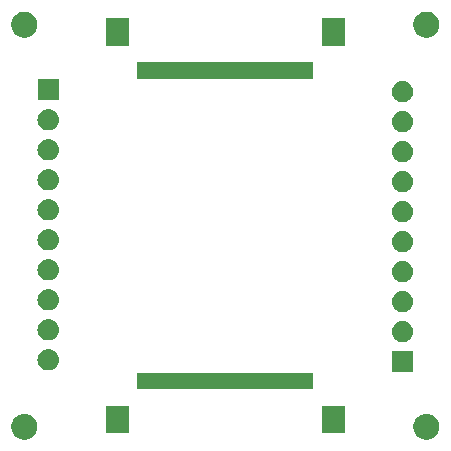
<source format=gts>
G04 #@! TF.GenerationSoftware,KiCad,Pcbnew,5.0.2-bee76a0~70~ubuntu16.04.1*
G04 #@! TF.CreationDate,2019-08-01T02:01:20+05:30*
G04 #@! TF.ProjectId,AR0135_STM32F746G-DISCO_adapter_rev1,41523031-3335-45f5-9354-4d3332463734,rev?*
G04 #@! TF.SameCoordinates,Original*
G04 #@! TF.FileFunction,Soldermask,Top*
G04 #@! TF.FilePolarity,Negative*
%FSLAX46Y46*%
G04 Gerber Fmt 4.6, Leading zero omitted, Abs format (unit mm)*
G04 Created by KiCad (PCBNEW 5.0.2-bee76a0~70~ubuntu16.04.1) date Thu Aug  1 02:01:20 2019*
%MOMM*%
%LPD*%
G01*
G04 APERTURE LIST*
%ADD10C,0.100000*%
G04 APERTURE END LIST*
D10*
G36*
X47234794Y-45940155D02*
X47341150Y-45961311D01*
X47411990Y-45990654D01*
X47541516Y-46044305D01*
X47721850Y-46164801D01*
X47875199Y-46318150D01*
X47995695Y-46498484D01*
X48078689Y-46698851D01*
X48121000Y-46911560D01*
X48121000Y-47128440D01*
X48078689Y-47341149D01*
X47995695Y-47541516D01*
X47875199Y-47721850D01*
X47721850Y-47875199D01*
X47541516Y-47995695D01*
X47411990Y-48049346D01*
X47341150Y-48078689D01*
X47234794Y-48099845D01*
X47128440Y-48121000D01*
X46911560Y-48121000D01*
X46805205Y-48099844D01*
X46698850Y-48078689D01*
X46628010Y-48049346D01*
X46498484Y-47995695D01*
X46318150Y-47875199D01*
X46164801Y-47721850D01*
X46044305Y-47541516D01*
X45961311Y-47341149D01*
X45919000Y-47128440D01*
X45919000Y-46911560D01*
X45961311Y-46698851D01*
X46044305Y-46498484D01*
X46164801Y-46318150D01*
X46318150Y-46164801D01*
X46498484Y-46044305D01*
X46628010Y-45990654D01*
X46698850Y-45961311D01*
X46805205Y-45940156D01*
X46911560Y-45919000D01*
X47128440Y-45919000D01*
X47234794Y-45940155D01*
X47234794Y-45940155D01*
G37*
G36*
X13194794Y-45940155D02*
X13301150Y-45961311D01*
X13371990Y-45990654D01*
X13501516Y-46044305D01*
X13681850Y-46164801D01*
X13835199Y-46318150D01*
X13955695Y-46498484D01*
X14038689Y-46698851D01*
X14081000Y-46911560D01*
X14081000Y-47128440D01*
X14038689Y-47341149D01*
X13955695Y-47541516D01*
X13835199Y-47721850D01*
X13681850Y-47875199D01*
X13501516Y-47995695D01*
X13371990Y-48049346D01*
X13301150Y-48078689D01*
X13194795Y-48099844D01*
X13088440Y-48121000D01*
X12871560Y-48121000D01*
X12765205Y-48099844D01*
X12658850Y-48078689D01*
X12588010Y-48049346D01*
X12458484Y-47995695D01*
X12278150Y-47875199D01*
X12124801Y-47721850D01*
X12004305Y-47541516D01*
X11921311Y-47341149D01*
X11879000Y-47128440D01*
X11879000Y-46911560D01*
X11921311Y-46698851D01*
X12004305Y-46498484D01*
X12124801Y-46318150D01*
X12278150Y-46164801D01*
X12458484Y-46044305D01*
X12588010Y-45990654D01*
X12658850Y-45961311D01*
X12765206Y-45940155D01*
X12871560Y-45919000D01*
X13088440Y-45919000D01*
X13194794Y-45940155D01*
X13194794Y-45940155D01*
G37*
G36*
X40101000Y-47551000D02*
X38199000Y-47551000D01*
X38199000Y-45249000D01*
X40101000Y-45249000D01*
X40101000Y-47551000D01*
X40101000Y-47551000D01*
G37*
G36*
X21801000Y-47551000D02*
X19899000Y-47551000D01*
X19899000Y-45249000D01*
X21801000Y-45249000D01*
X21801000Y-47551000D01*
X21801000Y-47551000D01*
G37*
G36*
X37451000Y-43851000D02*
X22549000Y-43851000D01*
X22549000Y-42449000D01*
X37451000Y-42449000D01*
X37451000Y-43851000D01*
X37451000Y-43851000D01*
G37*
G36*
X45901000Y-42401000D02*
X44099000Y-42401000D01*
X44099000Y-40599000D01*
X45901000Y-40599000D01*
X45901000Y-42401000D01*
X45901000Y-42401000D01*
G37*
G36*
X15110442Y-40465518D02*
X15176627Y-40472037D01*
X15289853Y-40506384D01*
X15346467Y-40523557D01*
X15485087Y-40597652D01*
X15502991Y-40607222D01*
X15538729Y-40636552D01*
X15640186Y-40719814D01*
X15723448Y-40821271D01*
X15752778Y-40857009D01*
X15752779Y-40857011D01*
X15836443Y-41013533D01*
X15836443Y-41013534D01*
X15887963Y-41183373D01*
X15905359Y-41360000D01*
X15887963Y-41536627D01*
X15853616Y-41649853D01*
X15836443Y-41706467D01*
X15762348Y-41845087D01*
X15752778Y-41862991D01*
X15723448Y-41898729D01*
X15640186Y-42000186D01*
X15538729Y-42083448D01*
X15502991Y-42112778D01*
X15502989Y-42112779D01*
X15346467Y-42196443D01*
X15289853Y-42213616D01*
X15176627Y-42247963D01*
X15110443Y-42254481D01*
X15044260Y-42261000D01*
X14955740Y-42261000D01*
X14889557Y-42254481D01*
X14823373Y-42247963D01*
X14710147Y-42213616D01*
X14653533Y-42196443D01*
X14497011Y-42112779D01*
X14497009Y-42112778D01*
X14461271Y-42083448D01*
X14359814Y-42000186D01*
X14276552Y-41898729D01*
X14247222Y-41862991D01*
X14237652Y-41845087D01*
X14163557Y-41706467D01*
X14146384Y-41649853D01*
X14112037Y-41536627D01*
X14094641Y-41360000D01*
X14112037Y-41183373D01*
X14163557Y-41013534D01*
X14163557Y-41013533D01*
X14247221Y-40857011D01*
X14247222Y-40857009D01*
X14276552Y-40821271D01*
X14359814Y-40719814D01*
X14461271Y-40636552D01*
X14497009Y-40607222D01*
X14514913Y-40597652D01*
X14653533Y-40523557D01*
X14710147Y-40506384D01*
X14823373Y-40472037D01*
X14889558Y-40465518D01*
X14955740Y-40459000D01*
X15044260Y-40459000D01*
X15110442Y-40465518D01*
X15110442Y-40465518D01*
G37*
G36*
X45110442Y-38065518D02*
X45176627Y-38072037D01*
X45289853Y-38106384D01*
X45346467Y-38123557D01*
X45451715Y-38179814D01*
X45502991Y-38207222D01*
X45538729Y-38236552D01*
X45640186Y-38319814D01*
X45723448Y-38421271D01*
X45752778Y-38457009D01*
X45752779Y-38457011D01*
X45836443Y-38613533D01*
X45836443Y-38613534D01*
X45887963Y-38783373D01*
X45905359Y-38960000D01*
X45887963Y-39136627D01*
X45878911Y-39166466D01*
X45836443Y-39306467D01*
X45762348Y-39445087D01*
X45752778Y-39462991D01*
X45723448Y-39498729D01*
X45640186Y-39600186D01*
X45538729Y-39683448D01*
X45502991Y-39712778D01*
X45502989Y-39712779D01*
X45346467Y-39796443D01*
X45289853Y-39813616D01*
X45176627Y-39847963D01*
X45110442Y-39854482D01*
X45044260Y-39861000D01*
X44955740Y-39861000D01*
X44889558Y-39854482D01*
X44823373Y-39847963D01*
X44710147Y-39813616D01*
X44653533Y-39796443D01*
X44497011Y-39712779D01*
X44497009Y-39712778D01*
X44461271Y-39683448D01*
X44359814Y-39600186D01*
X44276552Y-39498729D01*
X44247222Y-39462991D01*
X44237652Y-39445087D01*
X44163557Y-39306467D01*
X44121089Y-39166466D01*
X44112037Y-39136627D01*
X44094641Y-38960000D01*
X44112037Y-38783373D01*
X44163557Y-38613534D01*
X44163557Y-38613533D01*
X44247221Y-38457011D01*
X44247222Y-38457009D01*
X44276552Y-38421271D01*
X44359814Y-38319814D01*
X44461271Y-38236552D01*
X44497009Y-38207222D01*
X44548285Y-38179814D01*
X44653533Y-38123557D01*
X44710147Y-38106384D01*
X44823373Y-38072037D01*
X44889558Y-38065518D01*
X44955740Y-38059000D01*
X45044260Y-38059000D01*
X45110442Y-38065518D01*
X45110442Y-38065518D01*
G37*
G36*
X15110443Y-37925519D02*
X15176627Y-37932037D01*
X15289853Y-37966384D01*
X15346467Y-37983557D01*
X15485087Y-38057652D01*
X15502991Y-38067222D01*
X15538729Y-38096552D01*
X15640186Y-38179814D01*
X15723448Y-38281271D01*
X15752778Y-38317009D01*
X15752779Y-38317011D01*
X15836443Y-38473533D01*
X15836443Y-38473534D01*
X15887963Y-38643373D01*
X15905359Y-38820000D01*
X15887963Y-38996627D01*
X15853616Y-39109853D01*
X15836443Y-39166467D01*
X15762348Y-39305087D01*
X15752778Y-39322991D01*
X15723448Y-39358729D01*
X15640186Y-39460186D01*
X15538729Y-39543448D01*
X15502991Y-39572778D01*
X15502989Y-39572779D01*
X15346467Y-39656443D01*
X15289853Y-39673616D01*
X15176627Y-39707963D01*
X15110442Y-39714482D01*
X15044260Y-39721000D01*
X14955740Y-39721000D01*
X14889558Y-39714482D01*
X14823373Y-39707963D01*
X14710147Y-39673616D01*
X14653533Y-39656443D01*
X14497011Y-39572779D01*
X14497009Y-39572778D01*
X14461271Y-39543448D01*
X14359814Y-39460186D01*
X14276552Y-39358729D01*
X14247222Y-39322991D01*
X14237652Y-39305087D01*
X14163557Y-39166467D01*
X14146384Y-39109853D01*
X14112037Y-38996627D01*
X14094641Y-38820000D01*
X14112037Y-38643373D01*
X14163557Y-38473534D01*
X14163557Y-38473533D01*
X14247221Y-38317011D01*
X14247222Y-38317009D01*
X14276552Y-38281271D01*
X14359814Y-38179814D01*
X14461271Y-38096552D01*
X14497009Y-38067222D01*
X14514913Y-38057652D01*
X14653533Y-37983557D01*
X14710147Y-37966384D01*
X14823373Y-37932037D01*
X14889557Y-37925519D01*
X14955740Y-37919000D01*
X15044260Y-37919000D01*
X15110443Y-37925519D01*
X15110443Y-37925519D01*
G37*
G36*
X45110443Y-35525519D02*
X45176627Y-35532037D01*
X45289853Y-35566384D01*
X45346467Y-35583557D01*
X45451715Y-35639814D01*
X45502991Y-35667222D01*
X45538729Y-35696552D01*
X45640186Y-35779814D01*
X45723448Y-35881271D01*
X45752778Y-35917009D01*
X45752779Y-35917011D01*
X45836443Y-36073533D01*
X45836443Y-36073534D01*
X45887963Y-36243373D01*
X45905359Y-36420000D01*
X45887963Y-36596627D01*
X45878911Y-36626466D01*
X45836443Y-36766467D01*
X45762348Y-36905087D01*
X45752778Y-36922991D01*
X45723448Y-36958729D01*
X45640186Y-37060186D01*
X45538729Y-37143448D01*
X45502991Y-37172778D01*
X45502989Y-37172779D01*
X45346467Y-37256443D01*
X45289853Y-37273616D01*
X45176627Y-37307963D01*
X45110442Y-37314482D01*
X45044260Y-37321000D01*
X44955740Y-37321000D01*
X44889558Y-37314482D01*
X44823373Y-37307963D01*
X44710147Y-37273616D01*
X44653533Y-37256443D01*
X44497011Y-37172779D01*
X44497009Y-37172778D01*
X44461271Y-37143448D01*
X44359814Y-37060186D01*
X44276552Y-36958729D01*
X44247222Y-36922991D01*
X44237652Y-36905087D01*
X44163557Y-36766467D01*
X44121089Y-36626466D01*
X44112037Y-36596627D01*
X44094641Y-36420000D01*
X44112037Y-36243373D01*
X44163557Y-36073534D01*
X44163557Y-36073533D01*
X44247221Y-35917011D01*
X44247222Y-35917009D01*
X44276552Y-35881271D01*
X44359814Y-35779814D01*
X44461271Y-35696552D01*
X44497009Y-35667222D01*
X44548285Y-35639814D01*
X44653533Y-35583557D01*
X44710147Y-35566384D01*
X44823373Y-35532037D01*
X44889557Y-35525519D01*
X44955740Y-35519000D01*
X45044260Y-35519000D01*
X45110443Y-35525519D01*
X45110443Y-35525519D01*
G37*
G36*
X15110442Y-35385518D02*
X15176627Y-35392037D01*
X15289853Y-35426384D01*
X15346467Y-35443557D01*
X15485087Y-35517652D01*
X15502991Y-35527222D01*
X15538729Y-35556552D01*
X15640186Y-35639814D01*
X15723448Y-35741271D01*
X15752778Y-35777009D01*
X15752779Y-35777011D01*
X15836443Y-35933533D01*
X15836443Y-35933534D01*
X15887963Y-36103373D01*
X15905359Y-36280000D01*
X15887963Y-36456627D01*
X15853616Y-36569853D01*
X15836443Y-36626467D01*
X15762348Y-36765087D01*
X15752778Y-36782991D01*
X15723448Y-36818729D01*
X15640186Y-36920186D01*
X15538729Y-37003448D01*
X15502991Y-37032778D01*
X15502989Y-37032779D01*
X15346467Y-37116443D01*
X15289853Y-37133616D01*
X15176627Y-37167963D01*
X15110442Y-37174482D01*
X15044260Y-37181000D01*
X14955740Y-37181000D01*
X14889558Y-37174482D01*
X14823373Y-37167963D01*
X14710147Y-37133616D01*
X14653533Y-37116443D01*
X14497011Y-37032779D01*
X14497009Y-37032778D01*
X14461271Y-37003448D01*
X14359814Y-36920186D01*
X14276552Y-36818729D01*
X14247222Y-36782991D01*
X14237652Y-36765087D01*
X14163557Y-36626467D01*
X14146384Y-36569853D01*
X14112037Y-36456627D01*
X14094641Y-36280000D01*
X14112037Y-36103373D01*
X14163557Y-35933534D01*
X14163557Y-35933533D01*
X14247221Y-35777011D01*
X14247222Y-35777009D01*
X14276552Y-35741271D01*
X14359814Y-35639814D01*
X14461271Y-35556552D01*
X14497009Y-35527222D01*
X14514913Y-35517652D01*
X14653533Y-35443557D01*
X14710147Y-35426384D01*
X14823373Y-35392037D01*
X14889558Y-35385518D01*
X14955740Y-35379000D01*
X15044260Y-35379000D01*
X15110442Y-35385518D01*
X15110442Y-35385518D01*
G37*
G36*
X45110442Y-32985518D02*
X45176627Y-32992037D01*
X45289853Y-33026384D01*
X45346467Y-33043557D01*
X45451715Y-33099814D01*
X45502991Y-33127222D01*
X45538729Y-33156552D01*
X45640186Y-33239814D01*
X45723448Y-33341271D01*
X45752778Y-33377009D01*
X45752779Y-33377011D01*
X45836443Y-33533533D01*
X45836443Y-33533534D01*
X45887963Y-33703373D01*
X45905359Y-33880000D01*
X45887963Y-34056627D01*
X45878911Y-34086466D01*
X45836443Y-34226467D01*
X45762348Y-34365087D01*
X45752778Y-34382991D01*
X45723448Y-34418729D01*
X45640186Y-34520186D01*
X45538729Y-34603448D01*
X45502991Y-34632778D01*
X45502989Y-34632779D01*
X45346467Y-34716443D01*
X45289853Y-34733616D01*
X45176627Y-34767963D01*
X45110442Y-34774482D01*
X45044260Y-34781000D01*
X44955740Y-34781000D01*
X44889558Y-34774482D01*
X44823373Y-34767963D01*
X44710147Y-34733616D01*
X44653533Y-34716443D01*
X44497011Y-34632779D01*
X44497009Y-34632778D01*
X44461271Y-34603448D01*
X44359814Y-34520186D01*
X44276552Y-34418729D01*
X44247222Y-34382991D01*
X44237652Y-34365087D01*
X44163557Y-34226467D01*
X44121089Y-34086466D01*
X44112037Y-34056627D01*
X44094641Y-33880000D01*
X44112037Y-33703373D01*
X44163557Y-33533534D01*
X44163557Y-33533533D01*
X44247221Y-33377011D01*
X44247222Y-33377009D01*
X44276552Y-33341271D01*
X44359814Y-33239814D01*
X44461271Y-33156552D01*
X44497009Y-33127222D01*
X44548285Y-33099814D01*
X44653533Y-33043557D01*
X44710147Y-33026384D01*
X44823373Y-32992037D01*
X44889558Y-32985518D01*
X44955740Y-32979000D01*
X45044260Y-32979000D01*
X45110442Y-32985518D01*
X45110442Y-32985518D01*
G37*
G36*
X15110443Y-32845519D02*
X15176627Y-32852037D01*
X15289853Y-32886384D01*
X15346467Y-32903557D01*
X15485087Y-32977652D01*
X15502991Y-32987222D01*
X15538729Y-33016552D01*
X15640186Y-33099814D01*
X15723448Y-33201271D01*
X15752778Y-33237009D01*
X15752779Y-33237011D01*
X15836443Y-33393533D01*
X15836443Y-33393534D01*
X15887963Y-33563373D01*
X15905359Y-33740000D01*
X15887963Y-33916627D01*
X15853616Y-34029853D01*
X15836443Y-34086467D01*
X15762348Y-34225087D01*
X15752778Y-34242991D01*
X15723448Y-34278729D01*
X15640186Y-34380186D01*
X15538729Y-34463448D01*
X15502991Y-34492778D01*
X15502989Y-34492779D01*
X15346467Y-34576443D01*
X15289853Y-34593616D01*
X15176627Y-34627963D01*
X15110442Y-34634482D01*
X15044260Y-34641000D01*
X14955740Y-34641000D01*
X14889558Y-34634482D01*
X14823373Y-34627963D01*
X14710147Y-34593616D01*
X14653533Y-34576443D01*
X14497011Y-34492779D01*
X14497009Y-34492778D01*
X14461271Y-34463448D01*
X14359814Y-34380186D01*
X14276552Y-34278729D01*
X14247222Y-34242991D01*
X14237652Y-34225087D01*
X14163557Y-34086467D01*
X14146384Y-34029853D01*
X14112037Y-33916627D01*
X14094641Y-33740000D01*
X14112037Y-33563373D01*
X14163557Y-33393534D01*
X14163557Y-33393533D01*
X14247221Y-33237011D01*
X14247222Y-33237009D01*
X14276552Y-33201271D01*
X14359814Y-33099814D01*
X14461271Y-33016552D01*
X14497009Y-32987222D01*
X14514913Y-32977652D01*
X14653533Y-32903557D01*
X14710147Y-32886384D01*
X14823373Y-32852037D01*
X14889557Y-32845519D01*
X14955740Y-32839000D01*
X15044260Y-32839000D01*
X15110443Y-32845519D01*
X15110443Y-32845519D01*
G37*
G36*
X45110442Y-30445518D02*
X45176627Y-30452037D01*
X45289853Y-30486384D01*
X45346467Y-30503557D01*
X45451715Y-30559814D01*
X45502991Y-30587222D01*
X45538729Y-30616552D01*
X45640186Y-30699814D01*
X45723448Y-30801271D01*
X45752778Y-30837009D01*
X45752779Y-30837011D01*
X45836443Y-30993533D01*
X45836443Y-30993534D01*
X45887963Y-31163373D01*
X45905359Y-31340000D01*
X45887963Y-31516627D01*
X45878911Y-31546466D01*
X45836443Y-31686467D01*
X45762348Y-31825087D01*
X45752778Y-31842991D01*
X45723448Y-31878729D01*
X45640186Y-31980186D01*
X45538729Y-32063448D01*
X45502991Y-32092778D01*
X45502989Y-32092779D01*
X45346467Y-32176443D01*
X45289853Y-32193616D01*
X45176627Y-32227963D01*
X45110442Y-32234482D01*
X45044260Y-32241000D01*
X44955740Y-32241000D01*
X44889558Y-32234482D01*
X44823373Y-32227963D01*
X44710147Y-32193616D01*
X44653533Y-32176443D01*
X44497011Y-32092779D01*
X44497009Y-32092778D01*
X44461271Y-32063448D01*
X44359814Y-31980186D01*
X44276552Y-31878729D01*
X44247222Y-31842991D01*
X44237652Y-31825087D01*
X44163557Y-31686467D01*
X44121089Y-31546466D01*
X44112037Y-31516627D01*
X44094641Y-31340000D01*
X44112037Y-31163373D01*
X44163557Y-30993534D01*
X44163557Y-30993533D01*
X44247221Y-30837011D01*
X44247222Y-30837009D01*
X44276552Y-30801271D01*
X44359814Y-30699814D01*
X44461271Y-30616552D01*
X44497009Y-30587222D01*
X44548285Y-30559814D01*
X44653533Y-30503557D01*
X44710147Y-30486384D01*
X44823373Y-30452037D01*
X44889558Y-30445518D01*
X44955740Y-30439000D01*
X45044260Y-30439000D01*
X45110442Y-30445518D01*
X45110442Y-30445518D01*
G37*
G36*
X15110442Y-30305518D02*
X15176627Y-30312037D01*
X15289853Y-30346384D01*
X15346467Y-30363557D01*
X15485087Y-30437652D01*
X15502991Y-30447222D01*
X15538729Y-30476552D01*
X15640186Y-30559814D01*
X15723448Y-30661271D01*
X15752778Y-30697009D01*
X15752779Y-30697011D01*
X15836443Y-30853533D01*
X15836443Y-30853534D01*
X15887963Y-31023373D01*
X15905359Y-31200000D01*
X15887963Y-31376627D01*
X15853616Y-31489853D01*
X15836443Y-31546467D01*
X15762348Y-31685087D01*
X15752778Y-31702991D01*
X15723448Y-31738729D01*
X15640186Y-31840186D01*
X15538729Y-31923448D01*
X15502991Y-31952778D01*
X15502989Y-31952779D01*
X15346467Y-32036443D01*
X15289853Y-32053616D01*
X15176627Y-32087963D01*
X15110442Y-32094482D01*
X15044260Y-32101000D01*
X14955740Y-32101000D01*
X14889558Y-32094482D01*
X14823373Y-32087963D01*
X14710147Y-32053616D01*
X14653533Y-32036443D01*
X14497011Y-31952779D01*
X14497009Y-31952778D01*
X14461271Y-31923448D01*
X14359814Y-31840186D01*
X14276552Y-31738729D01*
X14247222Y-31702991D01*
X14237652Y-31685087D01*
X14163557Y-31546467D01*
X14146384Y-31489853D01*
X14112037Y-31376627D01*
X14094641Y-31200000D01*
X14112037Y-31023373D01*
X14163557Y-30853534D01*
X14163557Y-30853533D01*
X14247221Y-30697011D01*
X14247222Y-30697009D01*
X14276552Y-30661271D01*
X14359814Y-30559814D01*
X14461271Y-30476552D01*
X14497009Y-30447222D01*
X14514913Y-30437652D01*
X14653533Y-30363557D01*
X14710147Y-30346384D01*
X14823373Y-30312037D01*
X14889558Y-30305518D01*
X14955740Y-30299000D01*
X15044260Y-30299000D01*
X15110442Y-30305518D01*
X15110442Y-30305518D01*
G37*
G36*
X45110442Y-27905518D02*
X45176627Y-27912037D01*
X45289853Y-27946384D01*
X45346467Y-27963557D01*
X45451715Y-28019814D01*
X45502991Y-28047222D01*
X45538729Y-28076552D01*
X45640186Y-28159814D01*
X45723448Y-28261271D01*
X45752778Y-28297009D01*
X45752779Y-28297011D01*
X45836443Y-28453533D01*
X45836443Y-28453534D01*
X45887963Y-28623373D01*
X45905359Y-28800000D01*
X45887963Y-28976627D01*
X45878911Y-29006466D01*
X45836443Y-29146467D01*
X45762348Y-29285087D01*
X45752778Y-29302991D01*
X45723448Y-29338729D01*
X45640186Y-29440186D01*
X45538729Y-29523448D01*
X45502991Y-29552778D01*
X45502989Y-29552779D01*
X45346467Y-29636443D01*
X45289853Y-29653616D01*
X45176627Y-29687963D01*
X45110442Y-29694482D01*
X45044260Y-29701000D01*
X44955740Y-29701000D01*
X44889558Y-29694482D01*
X44823373Y-29687963D01*
X44710147Y-29653616D01*
X44653533Y-29636443D01*
X44497011Y-29552779D01*
X44497009Y-29552778D01*
X44461271Y-29523448D01*
X44359814Y-29440186D01*
X44276552Y-29338729D01*
X44247222Y-29302991D01*
X44237652Y-29285087D01*
X44163557Y-29146467D01*
X44121089Y-29006466D01*
X44112037Y-28976627D01*
X44094641Y-28800000D01*
X44112037Y-28623373D01*
X44163557Y-28453534D01*
X44163557Y-28453533D01*
X44247221Y-28297011D01*
X44247222Y-28297009D01*
X44276552Y-28261271D01*
X44359814Y-28159814D01*
X44461271Y-28076552D01*
X44497009Y-28047222D01*
X44548285Y-28019814D01*
X44653533Y-27963557D01*
X44710147Y-27946384D01*
X44823373Y-27912037D01*
X44889558Y-27905518D01*
X44955740Y-27899000D01*
X45044260Y-27899000D01*
X45110442Y-27905518D01*
X45110442Y-27905518D01*
G37*
G36*
X15110442Y-27765518D02*
X15176627Y-27772037D01*
X15289853Y-27806384D01*
X15346467Y-27823557D01*
X15485087Y-27897652D01*
X15502991Y-27907222D01*
X15538729Y-27936552D01*
X15640186Y-28019814D01*
X15723448Y-28121271D01*
X15752778Y-28157009D01*
X15752779Y-28157011D01*
X15836443Y-28313533D01*
X15836443Y-28313534D01*
X15887963Y-28483373D01*
X15905359Y-28660000D01*
X15887963Y-28836627D01*
X15853616Y-28949853D01*
X15836443Y-29006467D01*
X15762348Y-29145087D01*
X15752778Y-29162991D01*
X15723448Y-29198729D01*
X15640186Y-29300186D01*
X15538729Y-29383448D01*
X15502991Y-29412778D01*
X15502989Y-29412779D01*
X15346467Y-29496443D01*
X15289853Y-29513616D01*
X15176627Y-29547963D01*
X15110442Y-29554482D01*
X15044260Y-29561000D01*
X14955740Y-29561000D01*
X14889558Y-29554482D01*
X14823373Y-29547963D01*
X14710147Y-29513616D01*
X14653533Y-29496443D01*
X14497011Y-29412779D01*
X14497009Y-29412778D01*
X14461271Y-29383448D01*
X14359814Y-29300186D01*
X14276552Y-29198729D01*
X14247222Y-29162991D01*
X14237652Y-29145087D01*
X14163557Y-29006467D01*
X14146384Y-28949853D01*
X14112037Y-28836627D01*
X14094641Y-28660000D01*
X14112037Y-28483373D01*
X14163557Y-28313534D01*
X14163557Y-28313533D01*
X14247221Y-28157011D01*
X14247222Y-28157009D01*
X14276552Y-28121271D01*
X14359814Y-28019814D01*
X14461271Y-27936552D01*
X14497009Y-27907222D01*
X14514913Y-27897652D01*
X14653533Y-27823557D01*
X14710147Y-27806384D01*
X14823373Y-27772037D01*
X14889558Y-27765518D01*
X14955740Y-27759000D01*
X15044260Y-27759000D01*
X15110442Y-27765518D01*
X15110442Y-27765518D01*
G37*
G36*
X45110443Y-25365519D02*
X45176627Y-25372037D01*
X45289853Y-25406384D01*
X45346467Y-25423557D01*
X45451715Y-25479814D01*
X45502991Y-25507222D01*
X45538729Y-25536552D01*
X45640186Y-25619814D01*
X45723448Y-25721271D01*
X45752778Y-25757009D01*
X45752779Y-25757011D01*
X45836443Y-25913533D01*
X45836443Y-25913534D01*
X45887963Y-26083373D01*
X45905359Y-26260000D01*
X45887963Y-26436627D01*
X45878911Y-26466466D01*
X45836443Y-26606467D01*
X45762348Y-26745087D01*
X45752778Y-26762991D01*
X45723448Y-26798729D01*
X45640186Y-26900186D01*
X45538729Y-26983448D01*
X45502991Y-27012778D01*
X45502989Y-27012779D01*
X45346467Y-27096443D01*
X45289853Y-27113616D01*
X45176627Y-27147963D01*
X45110442Y-27154482D01*
X45044260Y-27161000D01*
X44955740Y-27161000D01*
X44889558Y-27154482D01*
X44823373Y-27147963D01*
X44710147Y-27113616D01*
X44653533Y-27096443D01*
X44497011Y-27012779D01*
X44497009Y-27012778D01*
X44461271Y-26983448D01*
X44359814Y-26900186D01*
X44276552Y-26798729D01*
X44247222Y-26762991D01*
X44237652Y-26745087D01*
X44163557Y-26606467D01*
X44121089Y-26466466D01*
X44112037Y-26436627D01*
X44094641Y-26260000D01*
X44112037Y-26083373D01*
X44163557Y-25913534D01*
X44163557Y-25913533D01*
X44247221Y-25757011D01*
X44247222Y-25757009D01*
X44276552Y-25721271D01*
X44359814Y-25619814D01*
X44461271Y-25536552D01*
X44497009Y-25507222D01*
X44548285Y-25479814D01*
X44653533Y-25423557D01*
X44710147Y-25406384D01*
X44823373Y-25372037D01*
X44889557Y-25365519D01*
X44955740Y-25359000D01*
X45044260Y-25359000D01*
X45110443Y-25365519D01*
X45110443Y-25365519D01*
G37*
G36*
X15110443Y-25225519D02*
X15176627Y-25232037D01*
X15289853Y-25266384D01*
X15346467Y-25283557D01*
X15485087Y-25357652D01*
X15502991Y-25367222D01*
X15538729Y-25396552D01*
X15640186Y-25479814D01*
X15723448Y-25581271D01*
X15752778Y-25617009D01*
X15752779Y-25617011D01*
X15836443Y-25773533D01*
X15836443Y-25773534D01*
X15887963Y-25943373D01*
X15905359Y-26120000D01*
X15887963Y-26296627D01*
X15853616Y-26409853D01*
X15836443Y-26466467D01*
X15762348Y-26605087D01*
X15752778Y-26622991D01*
X15723448Y-26658729D01*
X15640186Y-26760186D01*
X15538729Y-26843448D01*
X15502991Y-26872778D01*
X15502989Y-26872779D01*
X15346467Y-26956443D01*
X15289853Y-26973616D01*
X15176627Y-27007963D01*
X15110442Y-27014482D01*
X15044260Y-27021000D01*
X14955740Y-27021000D01*
X14889558Y-27014482D01*
X14823373Y-27007963D01*
X14710147Y-26973616D01*
X14653533Y-26956443D01*
X14497011Y-26872779D01*
X14497009Y-26872778D01*
X14461271Y-26843448D01*
X14359814Y-26760186D01*
X14276552Y-26658729D01*
X14247222Y-26622991D01*
X14237652Y-26605087D01*
X14163557Y-26466467D01*
X14146384Y-26409853D01*
X14112037Y-26296627D01*
X14094641Y-26120000D01*
X14112037Y-25943373D01*
X14163557Y-25773534D01*
X14163557Y-25773533D01*
X14247221Y-25617011D01*
X14247222Y-25617009D01*
X14276552Y-25581271D01*
X14359814Y-25479814D01*
X14461271Y-25396552D01*
X14497009Y-25367222D01*
X14514913Y-25357652D01*
X14653533Y-25283557D01*
X14710147Y-25266384D01*
X14823373Y-25232037D01*
X14889558Y-25225518D01*
X14955740Y-25219000D01*
X15044260Y-25219000D01*
X15110443Y-25225519D01*
X15110443Y-25225519D01*
G37*
G36*
X45110443Y-22825519D02*
X45176627Y-22832037D01*
X45289853Y-22866384D01*
X45346467Y-22883557D01*
X45451715Y-22939814D01*
X45502991Y-22967222D01*
X45538729Y-22996552D01*
X45640186Y-23079814D01*
X45723448Y-23181271D01*
X45752778Y-23217009D01*
X45752779Y-23217011D01*
X45836443Y-23373533D01*
X45836443Y-23373534D01*
X45887963Y-23543373D01*
X45905359Y-23720000D01*
X45887963Y-23896627D01*
X45878911Y-23926466D01*
X45836443Y-24066467D01*
X45762348Y-24205087D01*
X45752778Y-24222991D01*
X45723448Y-24258729D01*
X45640186Y-24360186D01*
X45538729Y-24443448D01*
X45502991Y-24472778D01*
X45502989Y-24472779D01*
X45346467Y-24556443D01*
X45289853Y-24573616D01*
X45176627Y-24607963D01*
X45110443Y-24614481D01*
X45044260Y-24621000D01*
X44955740Y-24621000D01*
X44889557Y-24614481D01*
X44823373Y-24607963D01*
X44710147Y-24573616D01*
X44653533Y-24556443D01*
X44497011Y-24472779D01*
X44497009Y-24472778D01*
X44461271Y-24443448D01*
X44359814Y-24360186D01*
X44276552Y-24258729D01*
X44247222Y-24222991D01*
X44237652Y-24205087D01*
X44163557Y-24066467D01*
X44121089Y-23926466D01*
X44112037Y-23896627D01*
X44094641Y-23720000D01*
X44112037Y-23543373D01*
X44163557Y-23373534D01*
X44163557Y-23373533D01*
X44247221Y-23217011D01*
X44247222Y-23217009D01*
X44276552Y-23181271D01*
X44359814Y-23079814D01*
X44461271Y-22996552D01*
X44497009Y-22967222D01*
X44548285Y-22939814D01*
X44653533Y-22883557D01*
X44710147Y-22866384D01*
X44823373Y-22832037D01*
X44889557Y-22825519D01*
X44955740Y-22819000D01*
X45044260Y-22819000D01*
X45110443Y-22825519D01*
X45110443Y-22825519D01*
G37*
G36*
X15110443Y-22685519D02*
X15176627Y-22692037D01*
X15289853Y-22726384D01*
X15346467Y-22743557D01*
X15485087Y-22817652D01*
X15502991Y-22827222D01*
X15538729Y-22856552D01*
X15640186Y-22939814D01*
X15723448Y-23041271D01*
X15752778Y-23077009D01*
X15752779Y-23077011D01*
X15836443Y-23233533D01*
X15836443Y-23233534D01*
X15887963Y-23403373D01*
X15905359Y-23580000D01*
X15887963Y-23756627D01*
X15853616Y-23869853D01*
X15836443Y-23926467D01*
X15762348Y-24065087D01*
X15752778Y-24082991D01*
X15723448Y-24118729D01*
X15640186Y-24220186D01*
X15538729Y-24303448D01*
X15502991Y-24332778D01*
X15502989Y-24332779D01*
X15346467Y-24416443D01*
X15289853Y-24433616D01*
X15176627Y-24467963D01*
X15110442Y-24474482D01*
X15044260Y-24481000D01*
X14955740Y-24481000D01*
X14889558Y-24474482D01*
X14823373Y-24467963D01*
X14710147Y-24433616D01*
X14653533Y-24416443D01*
X14497011Y-24332779D01*
X14497009Y-24332778D01*
X14461271Y-24303448D01*
X14359814Y-24220186D01*
X14276552Y-24118729D01*
X14247222Y-24082991D01*
X14237652Y-24065087D01*
X14163557Y-23926467D01*
X14146384Y-23869853D01*
X14112037Y-23756627D01*
X14094641Y-23580000D01*
X14112037Y-23403373D01*
X14163557Y-23233534D01*
X14163557Y-23233533D01*
X14247221Y-23077011D01*
X14247222Y-23077009D01*
X14276552Y-23041271D01*
X14359814Y-22939814D01*
X14461271Y-22856552D01*
X14497009Y-22827222D01*
X14514913Y-22817652D01*
X14653533Y-22743557D01*
X14710147Y-22726384D01*
X14823373Y-22692037D01*
X14889557Y-22685519D01*
X14955740Y-22679000D01*
X15044260Y-22679000D01*
X15110443Y-22685519D01*
X15110443Y-22685519D01*
G37*
G36*
X45110443Y-20285519D02*
X45176627Y-20292037D01*
X45289853Y-20326384D01*
X45346467Y-20343557D01*
X45451715Y-20399814D01*
X45502991Y-20427222D01*
X45538729Y-20456552D01*
X45640186Y-20539814D01*
X45723448Y-20641271D01*
X45752778Y-20677009D01*
X45752779Y-20677011D01*
X45836443Y-20833533D01*
X45836443Y-20833534D01*
X45887963Y-21003373D01*
X45905359Y-21180000D01*
X45887963Y-21356627D01*
X45878911Y-21386466D01*
X45836443Y-21526467D01*
X45762348Y-21665087D01*
X45752778Y-21682991D01*
X45723448Y-21718729D01*
X45640186Y-21820186D01*
X45538729Y-21903448D01*
X45502991Y-21932778D01*
X45502989Y-21932779D01*
X45346467Y-22016443D01*
X45289853Y-22033616D01*
X45176627Y-22067963D01*
X45110442Y-22074482D01*
X45044260Y-22081000D01*
X44955740Y-22081000D01*
X44889557Y-22074481D01*
X44823373Y-22067963D01*
X44710147Y-22033616D01*
X44653533Y-22016443D01*
X44497011Y-21932779D01*
X44497009Y-21932778D01*
X44461271Y-21903448D01*
X44359814Y-21820186D01*
X44276552Y-21718729D01*
X44247222Y-21682991D01*
X44237652Y-21665087D01*
X44163557Y-21526467D01*
X44121089Y-21386466D01*
X44112037Y-21356627D01*
X44094641Y-21180000D01*
X44112037Y-21003373D01*
X44163557Y-20833534D01*
X44163557Y-20833533D01*
X44247221Y-20677011D01*
X44247222Y-20677009D01*
X44276552Y-20641271D01*
X44359814Y-20539814D01*
X44461271Y-20456552D01*
X44497009Y-20427222D01*
X44548285Y-20399814D01*
X44653533Y-20343557D01*
X44710147Y-20326384D01*
X44823373Y-20292037D01*
X44889557Y-20285519D01*
X44955740Y-20279000D01*
X45044260Y-20279000D01*
X45110443Y-20285519D01*
X45110443Y-20285519D01*
G37*
G36*
X15110443Y-20145519D02*
X15176627Y-20152037D01*
X15289853Y-20186384D01*
X15346467Y-20203557D01*
X15485087Y-20277652D01*
X15502991Y-20287222D01*
X15538729Y-20316552D01*
X15640186Y-20399814D01*
X15723448Y-20501271D01*
X15752778Y-20537009D01*
X15752779Y-20537011D01*
X15836443Y-20693533D01*
X15836443Y-20693534D01*
X15887963Y-20863373D01*
X15905359Y-21040000D01*
X15887963Y-21216627D01*
X15853616Y-21329853D01*
X15836443Y-21386467D01*
X15762348Y-21525087D01*
X15752778Y-21542991D01*
X15723448Y-21578729D01*
X15640186Y-21680186D01*
X15538729Y-21763448D01*
X15502991Y-21792778D01*
X15502989Y-21792779D01*
X15346467Y-21876443D01*
X15289853Y-21893616D01*
X15176627Y-21927963D01*
X15110443Y-21934481D01*
X15044260Y-21941000D01*
X14955740Y-21941000D01*
X14889557Y-21934481D01*
X14823373Y-21927963D01*
X14710147Y-21893616D01*
X14653533Y-21876443D01*
X14497011Y-21792779D01*
X14497009Y-21792778D01*
X14461271Y-21763448D01*
X14359814Y-21680186D01*
X14276552Y-21578729D01*
X14247222Y-21542991D01*
X14237652Y-21525087D01*
X14163557Y-21386467D01*
X14146384Y-21329853D01*
X14112037Y-21216627D01*
X14094641Y-21040000D01*
X14112037Y-20863373D01*
X14163557Y-20693534D01*
X14163557Y-20693533D01*
X14247221Y-20537011D01*
X14247222Y-20537009D01*
X14276552Y-20501271D01*
X14359814Y-20399814D01*
X14461271Y-20316552D01*
X14497009Y-20287222D01*
X14514913Y-20277652D01*
X14653533Y-20203557D01*
X14710147Y-20186384D01*
X14823373Y-20152037D01*
X14889557Y-20145519D01*
X14955740Y-20139000D01*
X15044260Y-20139000D01*
X15110443Y-20145519D01*
X15110443Y-20145519D01*
G37*
G36*
X45110442Y-17745518D02*
X45176627Y-17752037D01*
X45289853Y-17786384D01*
X45346467Y-17803557D01*
X45485087Y-17877652D01*
X45502991Y-17887222D01*
X45538729Y-17916552D01*
X45640186Y-17999814D01*
X45723448Y-18101271D01*
X45752778Y-18137009D01*
X45752779Y-18137011D01*
X45836443Y-18293533D01*
X45836443Y-18293534D01*
X45887963Y-18463373D01*
X45905359Y-18640000D01*
X45887963Y-18816627D01*
X45853616Y-18929853D01*
X45836443Y-18986467D01*
X45762348Y-19125087D01*
X45752778Y-19142991D01*
X45723448Y-19178729D01*
X45640186Y-19280186D01*
X45538729Y-19363448D01*
X45502991Y-19392778D01*
X45502989Y-19392779D01*
X45346467Y-19476443D01*
X45289853Y-19493616D01*
X45176627Y-19527963D01*
X45110443Y-19534481D01*
X45044260Y-19541000D01*
X44955740Y-19541000D01*
X44889557Y-19534481D01*
X44823373Y-19527963D01*
X44710147Y-19493616D01*
X44653533Y-19476443D01*
X44497011Y-19392779D01*
X44497009Y-19392778D01*
X44461271Y-19363448D01*
X44359814Y-19280186D01*
X44276552Y-19178729D01*
X44247222Y-19142991D01*
X44237652Y-19125087D01*
X44163557Y-18986467D01*
X44146384Y-18929853D01*
X44112037Y-18816627D01*
X44094641Y-18640000D01*
X44112037Y-18463373D01*
X44163557Y-18293534D01*
X44163557Y-18293533D01*
X44247221Y-18137011D01*
X44247222Y-18137009D01*
X44276552Y-18101271D01*
X44359814Y-17999814D01*
X44461271Y-17916552D01*
X44497009Y-17887222D01*
X44514913Y-17877652D01*
X44653533Y-17803557D01*
X44710147Y-17786384D01*
X44823373Y-17752037D01*
X44889558Y-17745518D01*
X44955740Y-17739000D01*
X45044260Y-17739000D01*
X45110442Y-17745518D01*
X45110442Y-17745518D01*
G37*
G36*
X15901000Y-19401000D02*
X14099000Y-19401000D01*
X14099000Y-17599000D01*
X15901000Y-17599000D01*
X15901000Y-19401000D01*
X15901000Y-19401000D01*
G37*
G36*
X37451000Y-17551000D02*
X22549000Y-17551000D01*
X22549000Y-16149000D01*
X37451000Y-16149000D01*
X37451000Y-17551000D01*
X37451000Y-17551000D01*
G37*
G36*
X40101000Y-14751000D02*
X38199000Y-14751000D01*
X38199000Y-12449000D01*
X40101000Y-12449000D01*
X40101000Y-14751000D01*
X40101000Y-14751000D01*
G37*
G36*
X21801000Y-14751000D02*
X19899000Y-14751000D01*
X19899000Y-12449000D01*
X21801000Y-12449000D01*
X21801000Y-14751000D01*
X21801000Y-14751000D01*
G37*
G36*
X13194794Y-11900155D02*
X13301150Y-11921311D01*
X13371990Y-11950654D01*
X13501516Y-12004305D01*
X13681850Y-12124801D01*
X13835199Y-12278150D01*
X13955695Y-12458484D01*
X14038689Y-12658851D01*
X14081000Y-12871560D01*
X14081000Y-13088440D01*
X14038689Y-13301149D01*
X13955695Y-13501516D01*
X13835199Y-13681850D01*
X13681850Y-13835199D01*
X13501516Y-13955695D01*
X13371990Y-14009346D01*
X13301150Y-14038689D01*
X13194795Y-14059844D01*
X13088440Y-14081000D01*
X12871560Y-14081000D01*
X12765205Y-14059844D01*
X12658850Y-14038689D01*
X12588010Y-14009346D01*
X12458484Y-13955695D01*
X12278150Y-13835199D01*
X12124801Y-13681850D01*
X12004305Y-13501516D01*
X11921311Y-13301149D01*
X11879000Y-13088440D01*
X11879000Y-12871560D01*
X11921311Y-12658851D01*
X12004305Y-12458484D01*
X12124801Y-12278150D01*
X12278150Y-12124801D01*
X12458484Y-12004305D01*
X12588010Y-11950654D01*
X12658850Y-11921311D01*
X12765206Y-11900155D01*
X12871560Y-11879000D01*
X13088440Y-11879000D01*
X13194794Y-11900155D01*
X13194794Y-11900155D01*
G37*
G36*
X47234794Y-11900155D02*
X47341150Y-11921311D01*
X47411990Y-11950654D01*
X47541516Y-12004305D01*
X47721850Y-12124801D01*
X47875199Y-12278150D01*
X47995695Y-12458484D01*
X48078689Y-12658851D01*
X48121000Y-12871560D01*
X48121000Y-13088440D01*
X48078689Y-13301149D01*
X47995695Y-13501516D01*
X47875199Y-13681850D01*
X47721850Y-13835199D01*
X47541516Y-13955695D01*
X47411990Y-14009346D01*
X47341150Y-14038689D01*
X47234795Y-14059844D01*
X47128440Y-14081000D01*
X46911560Y-14081000D01*
X46805205Y-14059844D01*
X46698850Y-14038689D01*
X46628010Y-14009346D01*
X46498484Y-13955695D01*
X46318150Y-13835199D01*
X46164801Y-13681850D01*
X46044305Y-13501516D01*
X45961311Y-13301149D01*
X45919000Y-13088440D01*
X45919000Y-12871560D01*
X45961311Y-12658851D01*
X46044305Y-12458484D01*
X46164801Y-12278150D01*
X46318150Y-12124801D01*
X46498484Y-12004305D01*
X46628010Y-11950654D01*
X46698850Y-11921311D01*
X46805206Y-11900155D01*
X46911560Y-11879000D01*
X47128440Y-11879000D01*
X47234794Y-11900155D01*
X47234794Y-11900155D01*
G37*
M02*

</source>
